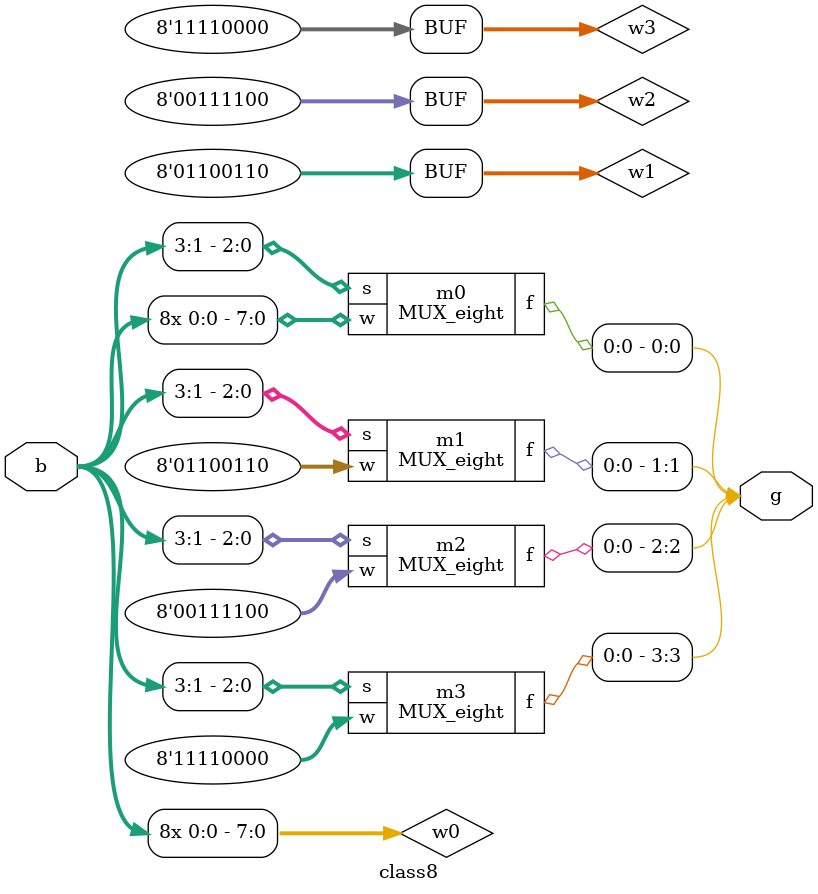
<source format=v>
module MUX_eight(w,s,f);
	input[7:0]w;
	input[3:1]s;
	output f;
	reg f;
	always@(w or s)
	begin
		case(s)
			0: f = w[0];
			1: f = w[1];
			2: f = w[2];
			3: f = w[3];
			4: f = w[4];
			5: f = w[5];
			6: f = w[6];
			7: f = w[7];
		endcase
	end
endmodule
module class8(g,b);
	output [3:0]g;
	input [3:0]b;
	wire [0:7]w3,w2,w1,w0;
	assign w3 = 8'b11110000;                           
	assign w2 = 8'b00111100;
	assign w1 = 8'b01100110;
	assign w0 = {b[0],b[0],b[0],b[0],b[0],b[0],b[0],b[0]};
	MUX_eight m3(w3,b[3:1],g[3]);
	MUX_eight m2(w2,b[3:1],g[2]);
	MUX_eight m1(w1,b[3:1],g[1]);
	MUX_eight m0(w0,b[3:1],g[0]);
endmodule

</source>
